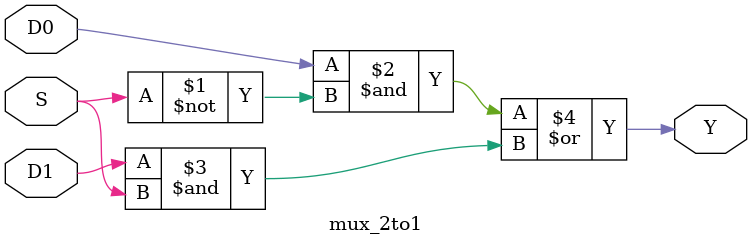
<source format=sv>
module mux_2to1 (D0, D1, S, Y);

	input logic D0;
	input logic D1;
	input logic S;
	
	output logic Y;
	
	assign Y = (D0 & ~S) | (D1 & S);

endmodule
</source>
